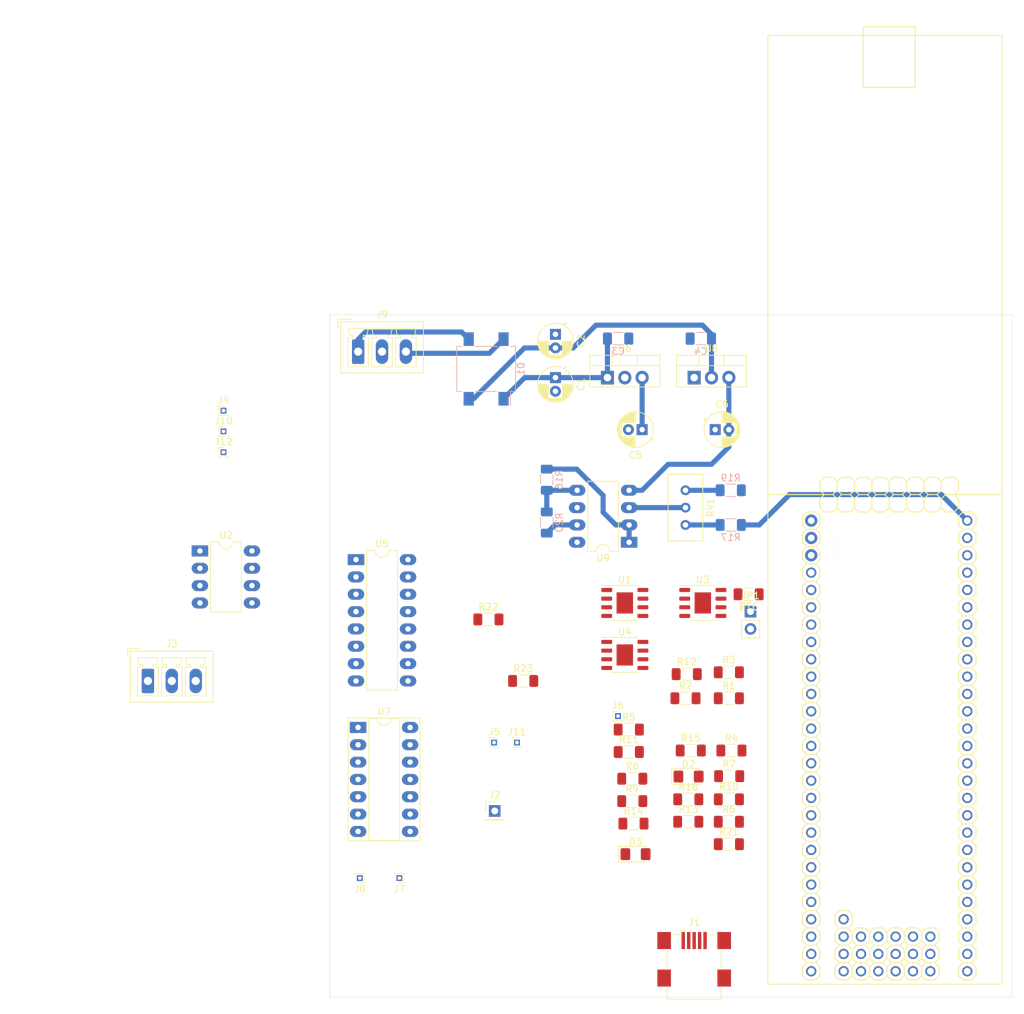
<source format=kicad_pcb>
(kicad_pcb (version 20171130) (host pcbnew "(5.1.10)-1")
  (layers (0 F.Cu signal) (31 B.Cu signal) (34 B.Paste user) (35 F.Paste user) (36 B.SilkS user) (37 F.SilkS user) (38 B.Mask user) (39 F.Mask user) (44 Edge.Cuts user))
  (net 0 "")
  (net 1 "Net-(C1-Pad1)")
  (net 2 GND)
  (net 3 "Net-(C2-Pad2)")
  (net 4 +5V)
  (net 5 -5V)
  (net 6 "Net-(D1-Pad3)")
  (net 7 "Net-(D1-Pad4)")
  (net 8 "Net-(D2-Pad1)")
  (net 9 "Net-(D2-Pad2)")
  (net 10 "Net-(J1-Pad1)")
  (net 11 "Net-(J1-Pad2)")
  (net 12 "Net-(J1-Pad3)")
  (net 13 "Net-(J1-Pad4)")
  (net 14 "Net-(J2-Pad1)")
  (net 15 "Net-(J3-Pad1)")
  (net 16 "Net-(J3-Pad2)")
  (net 17 "Net-(J3-Pad3)")
  (net 18 /salida_dac/I_IN)
  (net 19 /salida_dac/V_IN)
  (net 20 /salida_dac/VIN)
  (net 21 "Net-(J7-Pad1)")
  (net 22 "Net-(J8-Pad1)")
  (net 23 "Net-(JP1-Pad2)")
  (net 24 "Net-(R1-Pad2)")
  (net 25 "Net-(R1-Pad1)")
  (net 26 "Net-(R2-Pad1)")
  (net 27 "Net-(R3-Pad2)")
  (net 28 "Net-(R4-Pad1)")
  (net 29 "Net-(R13-Pad2)")
  (net 30 /salida_dac/VOffset)
  (net 31 "Net-(R14-Pad1)")
  (net 32 "Net-(R10-Pad2)")
  (net 33 "Net-(R11-Pad2)")
  (net 34 "Net-(R12-Pad2)")
  (net 35 "Net-(R15-Pad2)")
  (net 36 "Net-(R17-Pad1)")
  (net 37 "Net-(R19-Pad2)")
  (net 38 "Net-(RV1-Pad2)")
  (net 39 "Net-(U1-Pad1)")
  (net 40 "Net-(U1-Pad5)")
  (net 41 "Net-(U1-Pad8)")
  (net 42 "Net-(U3-Pad8)")
  (net 43 "Net-(U3-Pad5)")
  (net 44 "Net-(U3-Pad1)")
  (net 45 "Net-(U4-Pad1)")
  (net 46 "Net-(U4-Pad5)")
  (net 47 "Net-(U4-Pad8)")
  (net 48 /salida_dac/gan_x1)
  (net 49 /salida_dac/gan_x5)
  (net 50 /salida_dac/gan_x10)
  (net 51 /salida_dac/gan_x0.1)
  (net 52 "Net-(LPC1-Pad3)")
  (net 53 "Net-(LPC1-Pad4)")
  (net 54 "Net-(LPC1-Pad5)")
  (net 55 "Net-(LPC1-Pad6)")
  (net 56 "Net-(LPC1-Pad7)")
  (net 57 "Net-(LPC1-Pad8)")
  (net 58 "Net-(LPC1-Pad9)")
  (net 59 "Net-(LPC1-Pad10)")
  (net 60 "Net-(LPC1-Pad11)")
  (net 61 "Net-(LPC1-Pad12)")
  (net 62 "Net-(LPC1-Pad13)")
  (net 63 "Net-(LPC1-Pad14)")
  (net 64 "Net-(LPC1-Pad17)")
  (net 65 "Net-(LPC1-Pad19)")
  (net 66 "Net-(LPC1-Pad20)")
  (net 67 "Net-(LPC1-Pad21)")
  (net 68 "Net-(LPC1-Pad22)")
  (net 69 "Net-(LPC1-Pad23)")
  (net 70 "Net-(LPC1-Pad24)")
  (net 71 "Net-(LPC1-Pad25)")
  (net 72 "Net-(LPC1-Pad26)")
  (net 73 "Net-(LPC1-Pad27)")
  (net 74 "Net-(LPC1-Pad29)")
  (net 75 "Net-(LPC1-Pad30)")
  (net 76 "Net-(LPC1-Pad31)")
  (net 77 "Net-(LPC1-Pad32)")
  (net 78 "Net-(LPC1-Pad33)")
  (net 79 "Net-(LPC1-Pad34)")
  (net 80 "Net-(LPC1-Pad35)")
  (net 81 "Net-(LPC1-Pad38)")
  (net 82 "Net-(LPC1-Pad39)")
  (net 83 "Net-(LPC1-Pad40)")
  (net 84 "Net-(LPC1-Pad41)")
  (net 85 "Net-(LPC1-Pad42)")
  (net 86 "Net-(LPC1-Pad43)")
  (net 87 "Net-(LPC1-Pad44)")
  (net 88 "Net-(LPC1-Pad45)")
  (net 89 "Net-(LPC1-Pad46)")
  (net 90 "Net-(LPC1-Pad51)")
  (net 91 "Net-(LPC1-Pad52)")
  (net 92 "Net-(LPC1-Pad53)")
  (net 93 "Net-(LPC1-Pad55)")
  (net 94 "Net-(LPC1-Pad56)")
  (net 95 "Net-(LPC1-Pad57)")
  (net 96 "Net-(LPC1-Pad58)")
  (net 97 "Net-(LPC1-Pad59)")
  (net 98 "Net-(LPC1-Pad60)")
  (net 99 "Net-(LPC1-Pad61)")
  (net 100 "Net-(LPC1-Pad62)")
  (net 101 "Net-(LPC1-Pad63)")
  (net 102 "Net-(LPC1-Pad64)")
  (net 103 "Net-(LPC1-Pad65)")
  (net 104 "Net-(LPC1-Pad66)")
  (net 105 "Net-(LPC1-Pad67)")
  (net 106 "Net-(LPC1-Pad68)")
  (net 107 "Net-(LPC1-Pad69)")
  (net 108 "Net-(LPC1-Pad70)")
  (net 109 "Net-(LPC1-Pad71)")
  (net 110 "Net-(LPC1-Pad72)")
  (net 111 "Net-(LPC1-Pad73)")
  (net 112 /salida_dac/3V3)
  (net 113 /salida_dac/-VOffset)
  (net 114 "Net-(R22-Pad1)")
  (net 115 "Net-(R16-Pad1)")
  (net 116 "Net-(R18-Pad2)")
  (net 117 "Net-(U7-Pad12)")
  (net 118 "Net-(U7-Pad14)")
  (module Package_TO_SOT_THT:TO-220-3_Vertical (layer F.Cu) (at 171.45 66.04)
    (fp_text reference U8 (at 2.54 -4.27) (layer F.SilkS))
    (fp_text value L7905)
    (pad 1 thru_hole rect (at 0 0) (size 1.905 2) (drill 1.1) (layers *.Cu *.Mask) (net 2 GND))
    (pad 2 thru_hole oval (at 2.54 0) (size 1.905 2) (drill 1.1) (layers *.Cu *.Mask) (net 3 "Net-(C2-Pad2)"))
    (pad 3 thru_hole oval (at 5.08 0) (size 1.905 2) (drill 1.1) (layers *.Cu *.Mask) (net 5 -5V))
  )
  (module Capacitor_SMD:C_1206_3216Metric_Pad1.33x1.80mm_HandSolder (layer B.Cu) (at 172.4275 60.325)
    (fp_text reference C4 (at 0 1.85 180) (layer B.SilkS) (effects (justify mirror)))
    (fp_text value 100nF)
    (pad 1 smd roundrect (at -1.5625 0) (size 1.325 1.8) (layers B.Cu B.Paste B.Mask) (roundrect_rratio 0.188679) (net 2 GND))
    (pad 2 smd roundrect (at 1.5625 0) (size 1.325 1.8) (layers B.Cu B.Paste B.Mask) (roundrect_rratio 0.188679) (net 3 "Net-(C2-Pad2)"))
  )
  (module Capacitor_THT:CP_Radial_D5.0mm_P2.00mm (layer F.Cu) (at 151.13 66.04 270)
    (fp_text reference C1 (at 1 -3.75 90) (layer F.SilkS))
    (fp_text value 10uF)
    (pad 1 thru_hole rect (at 0 0 270) (size 1.6 1.6) (drill 0.8) (layers *.Cu *.Mask) (net 1 "Net-(C1-Pad1)"))
    (pad 2 thru_hole circle (at 2 0 270) (size 1.6 1.6) (drill 0.8) (layers *.Cu *.Mask) (net 2 GND))
  )
  (module Capacitor_THT:CP_Radial_D5.0mm_P2.00mm (layer F.Cu) (at 151.13 59.69 270)
    (fp_text reference C2 (at 1 -3.75 90) (layer F.SilkS))
    (fp_text value 10uF)
    (pad 2 thru_hole circle (at 2 0 270) (size 1.6 1.6) (drill 0.8) (layers *.Cu *.Mask) (net 3 "Net-(C2-Pad2)"))
    (pad 1 thru_hole rect (at 0 0 270) (size 1.6 1.6) (drill 0.8) (layers *.Cu *.Mask) (net 2 GND))
  )
  (module Capacitor_SMD:C_1206_3216Metric_Pad1.33x1.80mm_HandSolder (layer B.Cu) (at 160.3125 60.325)
    (fp_text reference C3 (at 0 1.85) (layer B.SilkS) (effects (justify mirror)))
    (fp_text value 100nF)
    (pad 1 smd roundrect (at -1.5625 0) (size 1.325 1.8) (layers B.Cu B.Paste B.Mask) (roundrect_rratio 0.188679) (net 1 "Net-(C1-Pad1)"))
    (pad 2 smd roundrect (at 1.5625 0) (size 1.325 1.8) (layers B.Cu B.Paste B.Mask) (roundrect_rratio 0.188679) (net 2 GND))
  )
  (module Capacitor_THT:CP_Radial_D5.0mm_P2.00mm (layer F.Cu) (at 163.83 73.66 180)
    (fp_text reference C5 (at 1 -3.75) (layer F.SilkS))
    (fp_text value 10uF)
    (pad 1 thru_hole rect (at 0 0 180) (size 1.6 1.6) (drill 0.8) (layers *.Cu *.Mask) (net 4 +5V))
    (pad 2 thru_hole circle (at 2 0 180) (size 1.6 1.6) (drill 0.8) (layers *.Cu *.Mask) (net 2 GND))
  )
  (module Capacitor_THT:CP_Radial_D5.0mm_P2.00mm (layer F.Cu) (at 174.53 73.66)
    (fp_text reference C6 (at 1 -3.75) (layer F.SilkS))
    (fp_text value 10uF)
    (pad 2 thru_hole circle (at 2 0) (size 1.6 1.6) (drill 0.8) (layers *.Cu *.Mask) (net 5 -5V))
    (pad 1 thru_hole rect (at 0 0) (size 1.6 1.6) (drill 0.8) (layers *.Cu *.Mask) (net 2 GND))
  )
  (module Diode_SMD:Diode_Bridge_Vishay_DFS (layer B.Cu) (at 140.98 64.77 90)
    (fp_text reference D1 (at 0 5.1 270) (layer B.SilkS) (effects (justify mirror)))
    (fp_text value D_Bridge_+-AA)
    (pad 1 smd rect (at -4.37 2.55 90) (size 2 1.5) (layers B.Cu B.Paste B.Mask) (net 1 "Net-(C1-Pad1)"))
    (pad 2 smd rect (at -4.37 -2.55 90) (size 2 1.5) (layers B.Cu B.Paste B.Mask) (net 3 "Net-(C2-Pad2)"))
    (pad 3 smd rect (at 4.37 -2.55 90) (size 2 1.5) (layers B.Cu B.Paste B.Mask) (net 6 "Net-(D1-Pad3)"))
    (pad 4 smd rect (at 4.37 2.55 90) (size 2 1.5) (layers B.Cu B.Paste B.Mask) (net 7 "Net-(D1-Pad4)"))
  )
  (module Diode_SMD:D_1206_3216Metric_Pad1.42x1.75mm_HandSolder (layer F.Cu) (at 170.630001 124.495001)
    (fp_text reference D2 (at 0 -1.82) (layer F.SilkS))
    (fp_text value 1N4007)
    (pad 1 smd roundrect (at -1.4875 0) (size 1.425 1.75) (layers F.Cu F.Paste F.Mask) (roundrect_rratio 0.175439) (net 8 "Net-(D2-Pad1)"))
    (pad 2 smd roundrect (at 1.4875 0) (size 1.425 1.75) (layers F.Cu F.Paste F.Mask) (roundrect_rratio 0.175439) (net 9 "Net-(D2-Pad2)"))
  )
  (module Diode_SMD:D_1206_3216Metric_Pad1.42x1.75mm_HandSolder (layer F.Cu) (at 162.860001 135.875001)
    (fp_text reference D3 (at 0 -1.82) (layer F.SilkS))
    (fp_text value 1N4007)
    (pad 2 smd roundrect (at 1.4875 0) (size 1.425 1.75) (layers F.Cu F.Paste F.Mask) (roundrect_rratio 0.175439) (net 8 "Net-(D2-Pad1)"))
    (pad 1 smd roundrect (at -1.4875 0) (size 1.425 1.75) (layers F.Cu F.Paste F.Mask) (roundrect_rratio 0.175439) (net 2 GND))
  )
  (module Connector_USB:USB_Mini-B_Wuerth_65100516121_Horizontal (layer F.Cu) (at 171.45 151.13)
    (fp_text reference J1 (at 0 -5.25) (layer F.SilkS))
    (fp_text value USB_B_Micro)
    (pad "" np_thru_hole circle (at 2.2 0) (size 0.9 0.9) (drill 0.9) (layers *.Cu *.Mask))
    (pad "" np_thru_hole circle (at -2.2 0) (size 0.9 0.9) (drill 0.9) (layers *.Cu *.Mask))
    (pad 5 smd rect (at 1.6 -2.6) (size 0.5 2.5) (layers F.Cu F.Paste F.Mask) (net 2 GND))
    (pad 4 smd rect (at 0.8 -2.6) (size 0.5 2.5) (layers F.Cu F.Paste F.Mask) (net 13 "Net-(J1-Pad4)"))
    (pad 3 smd rect (at 0 -2.6) (size 0.5 2.5) (layers F.Cu F.Paste F.Mask) (net 12 "Net-(J1-Pad3)"))
    (pad 2 smd rect (at -0.8 -2.6) (size 0.5 2.5) (layers F.Cu F.Paste F.Mask) (net 11 "Net-(J1-Pad2)"))
    (pad 1 smd rect (at -1.6 -2.6) (size 0.5 2.5) (layers F.Cu F.Paste F.Mask) (net 10 "Net-(J1-Pad1)"))
    (pad 6 smd rect (at 4.4 -2.6) (size 2 2.5) (layers F.Cu F.Paste F.Mask) (net 2 GND))
    (pad 6 smd rect (at -4.4 -2.6) (size 2 2.5) (layers F.Cu F.Paste F.Mask) (net 2 GND))
    (pad 6 smd rect (at 4.4 2.9) (size 2 2.5) (layers F.Cu F.Paste F.Mask) (net 2 GND))
    (pad 6 smd rect (at -4.4 2.9) (size 2 2.5) (layers F.Cu F.Paste F.Mask) (net 2 GND))
  )
  (module Connector_PinHeader_2.54mm:PinHeader_1x01_P2.54mm_Vertical (layer F.Cu) (at 142.24 129.54)
    (fp_text reference J2 (at 0 -2.33) (layer F.SilkS))
    (fp_text value test_DAC)
    (pad 1 thru_hole rect (at 0 0) (size 1.7 1.7) (drill 1) (layers *.Cu *.Mask) (net 14 "Net-(J2-Pad1)"))
  )
  (module Connector_Phoenix_MC:PhoenixContact_MCV_1,5_3-G-3.5_1x03_P3.50mm_Vertical (layer F.Cu) (at 91.44 110.49)
    (fp_text reference J3 (at 3.5 -5.45) (layer F.SilkS))
    (fp_text value Conn_01x03_Male)
    (pad 1 thru_hole roundrect (at 0 0) (size 1.8 3.6) (drill 1.2) (layers *.Cu *.Mask) (roundrect_rratio 0.138889) (net 15 "Net-(J3-Pad1)"))
    (pad 2 thru_hole oval (at 3.5 0) (size 1.8 3.6) (drill 1.2) (layers *.Cu *.Mask) (net 16 "Net-(J3-Pad2)"))
    (pad 3 thru_hole oval (at 7 0) (size 1.8 3.6) (drill 1.2) (layers *.Cu *.Mask) (net 17 "Net-(J3-Pad3)"))
  )
  (module Connector_PinHeader_1.00mm:PinHeader_1x01_P1.00mm_Vertical (layer F.Cu) (at 102.515001 70.875001)
    (fp_text reference J4 (at 0 -1.56) (layer F.SilkS))
    (fp_text value test_I)
    (pad 1 thru_hole rect (at 0 0) (size 0.85 0.85) (drill 0.5) (layers *.Cu *.Mask) (net 18 /salida_dac/I_IN))
  )
  (module Connector_PinHeader_1.00mm:PinHeader_1x01_P1.00mm_Vertical (layer F.Cu) (at 142.155001 119.515001)
    (fp_text reference J5 (at 0 -1.56) (layer F.SilkS))
    (fp_text value test_V)
    (pad 1 thru_hole rect (at 0 0) (size 0.85 0.85) (drill 0.5) (layers *.Cu *.Mask) (net 19 /salida_dac/V_IN))
  )
  (module Connector_PinHeader_1.00mm:PinHeader_1x01_P1.00mm_Vertical (layer F.Cu) (at 160.295001 115.645001)
    (fp_text reference J6 (at 0 -1.56) (layer F.SilkS))
    (fp_text value test_DAC)
    (pad 1 thru_hole rect (at 0 0) (size 0.85 0.85) (drill 0.5) (layers *.Cu *.Mask) (net 20 /salida_dac/VIN))
  )
  (module Connector_PinHeader_1.00mm:PinHeader_1x01_P1.00mm_Vertical (layer F.Cu) (at 128.27 139.384999 180)
    (fp_text reference J7 (at 0 -1.56) (layer F.SilkS))
    (fp_text value test_I)
    (pad 1 thru_hole rect (at 0 0 180) (size 0.85 0.85) (drill 0.5) (layers *.Cu *.Mask) (net 21 "Net-(J7-Pad1)"))
  )
  (module Connector_PinHeader_1.00mm:PinHeader_1x01_P1.00mm_Vertical (layer F.Cu) (at 122.474999 139.384999 180)
    (fp_text reference J8 (at 0 -1.56) (layer F.SilkS))
    (fp_text value test_V)
    (pad 1 thru_hole rect (at 0 0 180) (size 0.85 0.85) (drill 0.5) (layers *.Cu *.Mask) (net 22 "Net-(J8-Pad1)"))
  )
  (module Connector_PinHeader_1.00mm:PinHeader_1x01_P1.00mm_Vertical (layer F.Cu) (at 102.515001 73.925001)
    (fp_text reference J10 (at 0 -1.56) (layer F.SilkS))
    (fp_text value test_GND)
    (pad 1 thru_hole rect (at 0 0) (size 0.85 0.85) (drill 0.5) (layers *.Cu *.Mask) (net 2 GND))
  )
  (module Connector_PinHeader_1.00mm:PinHeader_1x01_P1.00mm_Vertical (layer F.Cu) (at 145.505001 119.515001)
    (fp_text reference J11 (at 0 -1.56) (layer F.SilkS))
    (fp_text value test_GND)
    (pad 1 thru_hole rect (at 0 0) (size 0.85 0.85) (drill 0.5) (layers *.Cu *.Mask) (net 2 GND))
  )
  (module Connector_PinHeader_1.00mm:PinHeader_1x01_P1.00mm_Vertical (layer F.Cu) (at 102.515001 76.975001)
    (fp_text reference J12 (at 0 -1.56) (layer F.SilkS))
    (fp_text value test_GND)
    (pad 1 thru_hole rect (at 0 0) (size 0.85 0.85) (drill 0.5) (layers *.Cu *.Mask) (net 2 GND))
  )
  (module Connector_PinHeader_2.54mm:PinHeader_1x02_P2.54mm_Vertical (layer F.Cu) (at 179.705 100.33)
    (fp_text reference JP1 (at 0 -2.33) (layer F.SilkS))
    (fp_text value alimentacion_lpc)
    (pad 1 thru_hole rect (at 0 0) (size 1.7 1.7) (drill 1) (layers *.Cu *.Mask) (net 4 +5V))
    (pad 2 thru_hole oval (at 0 2.54) (size 1.7 1.7) (drill 1) (layers *.Cu *.Mask) (net 23 "Net-(JP1-Pad2)"))
  )
  (module Resistor_SMD:R_1206_3216Metric_Pad1.30x1.75mm_HandSolder (layer F.Cu) (at 176.53 113.03)
    (fp_text reference R1 (at 0 -1.82) (layer F.SilkS))
    (fp_text value 1K)
    (pad 2 smd roundrect (at 1.55 0) (size 1.3 1.75) (layers F.Cu F.Paste F.Mask) (roundrect_rratio 0.192308) (net 24 "Net-(R1-Pad2)"))
    (pad 1 smd roundrect (at -1.55 0) (size 1.3 1.75) (layers F.Cu F.Paste F.Mask) (roundrect_rratio 0.192308) (net 25 "Net-(R1-Pad1)"))
  )
  (module Resistor_SMD:R_1206_3216Metric_Pad1.30x1.75mm_HandSolder (layer F.Cu) (at 170.18 113.03)
    (fp_text reference R2 (at 0 -1.82) (layer F.SilkS))
    (fp_text value 100K)
    (pad 1 smd roundrect (at -1.55 0) (size 1.3 1.75) (layers F.Cu F.Paste F.Mask) (roundrect_rratio 0.192308) (net 26 "Net-(R2-Pad1)"))
    (pad 2 smd roundrect (at 1.55 0) (size 1.3 1.75) (layers F.Cu F.Paste F.Mask) (roundrect_rratio 0.192308) (net 20 /salida_dac/VIN))
  )
  (module Resistor_SMD:R_1206_3216Metric_Pad1.30x1.75mm_HandSolder (layer F.Cu) (at 176.53 109.22)
    (fp_text reference R3 (at 0 -1.82) (layer F.SilkS))
    (fp_text value 100K)
    (pad 2 smd roundrect (at 1.55 0) (size 1.3 1.75) (layers F.Cu F.Paste F.Mask) (roundrect_rratio 0.192308) (net 27 "Net-(R3-Pad2)"))
    (pad 1 smd roundrect (at -1.55 0) (size 1.3 1.75) (layers F.Cu F.Paste F.Mask) (roundrect_rratio 0.192308) (net 26 "Net-(R2-Pad1)"))
  )
  (module Resistor_SMD:R_1206_3216Metric_Pad1.30x1.75mm_HandSolder (layer F.Cu) (at 176.905001 120.685001)
    (fp_text reference R4 (at 0 -1.82) (layer F.SilkS))
    (fp_text value 10K)
    (pad 1 smd roundrect (at -1.55 0) (size 1.3 1.75) (layers F.Cu F.Paste F.Mask) (roundrect_rratio 0.192308) (net 28 "Net-(R4-Pad1)"))
    (pad 2 smd roundrect (at 1.55 0) (size 1.3 1.75) (layers F.Cu F.Paste F.Mask) (roundrect_rratio 0.192308) (net 25 "Net-(R1-Pad1)"))
  )
  (module Resistor_SMD:R_1206_3216Metric_Pad1.30x1.75mm_HandSolder (layer F.Cu) (at 161.875001 117.615001)
    (fp_text reference R5 (at 0 -1.82) (layer F.SilkS))
    (fp_text value 6K8)
    (pad 2 smd roundrect (at 1.55 0) (size 1.3 1.75) (layers F.Cu F.Paste F.Mask) (roundrect_rratio 0.192308) (net 28 "Net-(R4-Pad1)"))
    (pad 1 smd roundrect (at -1.55 0) (size 1.3 1.75) (layers F.Cu F.Paste F.Mask) (roundrect_rratio 0.192308) (net 15 "Net-(J3-Pad1)"))
  )
  (module Resistor_SMD:R_1206_3216Metric_Pad1.30x1.75mm_HandSolder (layer F.Cu) (at 176.535001 131.125001)
    (fp_text reference R6 (at 0 -1.82) (layer F.SilkS))
    (fp_text value 10K)
    (pad 2 smd roundrect (at 1.55 0) (size 1.3 1.75) (layers F.Cu F.Paste F.Mask) (roundrect_rratio 0.192308) (net 14 "Net-(J2-Pad1)"))
    (pad 1 smd roundrect (at -1.55 0) (size 1.3 1.75) (layers F.Cu F.Paste F.Mask) (roundrect_rratio 0.192308) (net 29 "Net-(R13-Pad2)"))
  )
  (module Resistor_SMD:R_1206_3216Metric_Pad1.30x1.75mm_HandSolder (layer F.Cu) (at 176.575001 124.445001)
    (fp_text reference R7 (at 0 -1.82) (layer F.SilkS))
    (fp_text value 10K)
    (pad 1 smd roundrect (at -1.55 0) (size 1.3 1.75) (layers F.Cu F.Paste F.Mask) (roundrect_rratio 0.192308) (net 29 "Net-(R13-Pad2)"))
    (pad 2 smd roundrect (at 1.55 0) (size 1.3 1.75) (layers F.Cu F.Paste F.Mask) (roundrect_rratio 0.192308) (net 113 /salida_dac/-VOffset))
  )
  (module Resistor_SMD:R_1206_3216Metric_Pad1.30x1.75mm_HandSolder (layer F.Cu) (at 162.385001 124.815001)
    (fp_text reference R8 (at 0 -1.82) (layer F.SilkS))
    (fp_text value 10K)
    (pad 1 smd roundrect (at -1.55 0) (size 1.3 1.75) (layers F.Cu F.Paste F.Mask) (roundrect_rratio 0.192308) (net 30 /salida_dac/VOffset))
    (pad 2 smd roundrect (at 1.55 0) (size 1.3 1.75) (layers F.Cu F.Paste F.Mask) (roundrect_rratio 0.192308) (net 31 "Net-(R14-Pad1)"))
  )
  (module Resistor_SMD:R_1206_3216Metric_Pad1.30x1.75mm_HandSolder (layer F.Cu) (at 162.385001 128.105001)
    (fp_text reference R9 (at 0 -1.82) (layer F.SilkS))
    (fp_text value 10K)
    (pad 1 smd roundrect (at -1.55 0) (size 1.3 1.75) (layers F.Cu F.Paste F.Mask) (roundrect_rratio 0.192308) (net 114 "Net-(R22-Pad1)"))
    (pad 2 smd roundrect (at 1.55 0) (size 1.3 1.75) (layers F.Cu F.Paste F.Mask) (roundrect_rratio 0.192308) (net 21 "Net-(J7-Pad1)"))
  )
  (module Resistor_SMD:R_1206_3216Metric_Pad1.30x1.75mm_HandSolder (layer F.Cu) (at 176.535001 127.835001)
    (fp_text reference R10 (at 0 -1.82) (layer F.SilkS))
    (fp_text value 10K)
    (pad 2 smd roundrect (at 1.55 0) (size 1.3 1.75) (layers F.Cu F.Paste F.Mask) (roundrect_rratio 0.192308) (net 32 "Net-(R10-Pad2)"))
    (pad 1 smd roundrect (at -1.55 0) (size 1.3 1.75) (layers F.Cu F.Paste F.Mask) (roundrect_rratio 0.192308) (net 30 /salida_dac/VOffset))
  )
  (module Resistor_SMD:R_1206_3216Metric_Pad1.30x1.75mm_HandSolder (layer F.Cu) (at 161.875001 120.905001)
    (fp_text reference R11 (at 0 -1.82) (layer F.SilkS))
    (fp_text value 100K)
    (pad 2 smd roundrect (at 1.55 0) (size 1.3 1.75) (layers F.Cu F.Paste F.Mask) (roundrect_rratio 0.192308) (net 33 "Net-(R11-Pad2)"))
    (pad 1 smd roundrect (at -1.55 0) (size 1.3 1.75) (layers F.Cu F.Paste F.Mask) (roundrect_rratio 0.192308) (net 25 "Net-(R1-Pad1)"))
  )
  (module Resistor_SMD:R_1206_3216Metric_Pad1.30x1.75mm_HandSolder (layer F.Cu) (at 170.365001 109.495001)
    (fp_text reference R12 (at 0 -1.82) (layer F.SilkS))
    (fp_text value 4K7)
    (pad 1 smd roundrect (at -1.55 0) (size 1.3 1.75) (layers F.Cu F.Paste F.Mask) (roundrect_rratio 0.192308) (net 25 "Net-(R1-Pad1)"))
    (pad 2 smd roundrect (at 1.55 0) (size 1.3 1.75) (layers F.Cu F.Paste F.Mask) (roundrect_rratio 0.192308) (net 34 "Net-(R12-Pad2)"))
  )
  (module Resistor_SMD:R_1206_3216Metric_Pad1.30x1.75mm_HandSolder (layer F.Cu) (at 170.585001 131.125001)
    (fp_text reference R13 (at 0 -1.82) (layer F.SilkS))
    (fp_text value 10K)
    (pad 2 smd roundrect (at 1.55 0) (size 1.3 1.75) (layers F.Cu F.Paste F.Mask) (roundrect_rratio 0.192308) (net 29 "Net-(R13-Pad2)"))
    (pad 1 smd roundrect (at -1.55 0) (size 1.3 1.75) (layers F.Cu F.Paste F.Mask) (roundrect_rratio 0.192308) (net 20 /salida_dac/VIN))
  )
  (module Resistor_SMD:R_1206_3216Metric_Pad1.30x1.75mm_HandSolder (layer F.Cu) (at 162.56 131.395001)
    (fp_text reference R14 (at 0 -1.82) (layer F.SilkS))
    (fp_text value 10K)
    (pad 2 smd roundrect (at 1.55 0) (size 1.3 1.75) (layers F.Cu F.Paste F.Mask) (roundrect_rratio 0.192308) (net 18 /salida_dac/I_IN))
    (pad 1 smd roundrect (at -1.55 0) (size 1.3 1.75) (layers F.Cu F.Paste F.Mask) (roundrect_rratio 0.192308) (net 31 "Net-(R14-Pad1)"))
  )
  (module Resistor_SMD:R_1206_3216Metric_Pad1.30x1.75mm_HandSolder (layer F.Cu) (at 170.955001 120.685001)
    (fp_text reference R15 (at 0 -1.82) (layer F.SilkS))
    (fp_text value 10K)
    (pad 1 smd roundrect (at -1.55 0) (size 1.3 1.75) (layers F.Cu F.Paste F.Mask) (roundrect_rratio 0.192308) (net 25 "Net-(R1-Pad1)"))
    (pad 2 smd roundrect (at 1.55 0) (size 1.3 1.75) (layers F.Cu F.Paste F.Mask) (roundrect_rratio 0.192308) (net 35 "Net-(R15-Pad2)"))
  )
  (module Resistor_SMD:R_1206_3216Metric_Pad1.30x1.75mm_HandSolder (layer F.Cu) (at 179.425 97.79 180)
    (fp_text reference R16 (at 0 -1.82) (layer F.SilkS))
    (fp_text value 5K6)
    (pad 1 smd roundrect (at -1.55 0 180) (size 1.3 1.75) (layers F.Cu F.Paste F.Mask) (roundrect_rratio 0.192308) (net 9 "Net-(D2-Pad2)"))
    (pad 2 smd roundrect (at 1.55 0 180) (size 1.3 1.75) (layers F.Cu F.Paste F.Mask) (roundrect_rratio 0.192308) (net 4 +5V))
  )
  (module Resistor_SMD:R_1206_3216Metric_Pad1.30x1.75mm_HandSolder (layer B.Cu) (at 176.81 87.63)
    (fp_text reference R17 (at 0 1.82) (layer B.SilkS) (effects (justify mirror)))
    (fp_text value 4K7)
    (pad 1 smd roundrect (at -1.55 0) (size 1.3 1.75) (layers B.Cu B.Paste B.Mask) (roundrect_rratio 0.192308) (net 36 "Net-(R17-Pad1)"))
    (pad 2 smd roundrect (at 1.55 0) (size 1.3 1.75) (layers B.Cu B.Paste B.Mask) (roundrect_rratio 0.192308) (net 112 /salida_dac/3V3))
  )
  (module Resistor_SMD:R_1206_3216Metric_Pad1.30x1.75mm_HandSolder (layer F.Cu) (at 170.585001 127.835001)
    (fp_text reference R18 (at 0 -1.82) (layer F.SilkS))
    (fp_text value 10K)
    (pad 1 smd roundrect (at -1.55 0) (size 1.3 1.75) (layers F.Cu F.Paste F.Mask) (roundrect_rratio 0.192308) (net 22 "Net-(J8-Pad1)"))
    (pad 2 smd roundrect (at 1.55 0) (size 1.3 1.75) (layers F.Cu F.Paste F.Mask) (roundrect_rratio 0.192308) (net 116 "Net-(R18-Pad2)"))
  )
  (module Resistor_SMD:R_1206_3216Metric_Pad1.30x1.75mm_HandSolder (layer B.Cu) (at 176.81 82.55 180)
    (fp_text reference R19 (at 0 1.82) (layer B.SilkS) (effects (justify mirror)))
    (fp_text value 5K6)
    (pad 2 smd roundrect (at 1.55 0 180) (size 1.3 1.75) (layers B.Cu B.Paste B.Mask) (roundrect_rratio 0.192308) (net 37 "Net-(R19-Pad2)"))
    (pad 1 smd roundrect (at -1.55 0 180) (size 1.3 1.75) (layers B.Cu B.Paste B.Mask) (roundrect_rratio 0.192308) (net 2 GND))
  )
  (module Resistor_SMD:R_1206_3216Metric_Pad1.30x1.75mm_HandSolder (layer F.Cu) (at 176.535001 134.415001)
    (fp_text reference R21 (at 0 -1.82) (layer F.SilkS))
    (fp_text value 10K)
    (pad 2 smd roundrect (at 1.55 0) (size 1.3 1.75) (layers F.Cu F.Paste F.Mask) (roundrect_rratio 0.192308) (net 19 /salida_dac/V_IN))
    (pad 1 smd roundrect (at -1.55 0) (size 1.3 1.75) (layers F.Cu F.Paste F.Mask) (roundrect_rratio 0.192308) (net 32 "Net-(R10-Pad2)"))
  )
  (module Package_SO:HSOP-8-1EP_3.9x4.9mm_P1.27mm_EP2.41x3.1mm (layer F.Cu) (at 161.29 99.06)
    (fp_text reference U1 (at 0 -3.4) (layer F.SilkS))
    (fp_text value OP77)
    (pad 1 smd roundrect (at -2.65 -1.905) (size 1.6 0.6) (layers F.Cu F.Paste F.Mask) (net 39 "Net-(U1-Pad1)"))
    (pad 2 smd roundrect (at -2.65 -0.635) (size 1.6 0.6) (layers F.Cu F.Paste F.Mask) (net 25 "Net-(R1-Pad1)"))
    (pad 3 smd roundrect (at -2.65 0.635) (size 1.6 0.6) (layers F.Cu F.Paste F.Mask) (net 2 GND))
    (pad 4 smd roundrect (at -2.65 1.905) (size 1.6 0.6) (layers F.Cu F.Paste F.Mask) (net 5 -5V))
    (pad 5 smd roundrect (at 2.65 1.905) (size 1.6 0.6) (layers F.Cu F.Paste F.Mask) (net 40 "Net-(U1-Pad5)"))
    (pad 6 smd roundrect (at 2.65 0.635) (size 1.6 0.6) (layers F.Cu F.Paste F.Mask) (net 18 /salida_dac/I_IN))
    (pad 7 smd roundrect (at 2.65 -0.635) (size 1.6 0.6) (layers F.Cu F.Paste F.Mask) (net 4 +5V))
    (pad 8 smd roundrect (at 2.65 -1.905) (size 1.6 0.6) (layers F.Cu F.Paste F.Mask) (net 41 "Net-(U1-Pad8)"))
    (pad 9 smd rect (at 0 0) (size 2.41 3.1) (layers F.Cu F.Mask))
  )
  (module Package_DIP:DIP-8_W7.62mm_LongPads (layer F.Cu) (at 99.06 91.44)
    (fp_text reference U2 (at 3.81 -2.33) (layer F.SilkS))
    (fp_text value TL082)
    (pad 1 thru_hole rect (at 0 0) (size 2.4 1.6) (drill 0.8) (layers *.Cu *.Mask) (net 27 "Net-(R3-Pad2)"))
    (pad 5 thru_hole oval (at 7.62 7.62) (size 2.4 1.6) (drill 0.8) (layers *.Cu *.Mask) (net 27 "Net-(R3-Pad2)"))
    (pad 2 thru_hole oval (at 0 2.54) (size 2.4 1.6) (drill 0.8) (layers *.Cu *.Mask) (net 27 "Net-(R3-Pad2)"))
    (pad 6 thru_hole oval (at 7.62 5.08) (size 2.4 1.6) (drill 0.8) (layers *.Cu *.Mask) (net 19 /salida_dac/V_IN))
    (pad 3 thru_hole oval (at 0 5.08) (size 2.4 1.6) (drill 0.8) (layers *.Cu *.Mask) (net 16 "Net-(J3-Pad2)"))
    (pad 7 thru_hole oval (at 7.62 2.54) (size 2.4 1.6) (drill 0.8) (layers *.Cu *.Mask) (net 19 /salida_dac/V_IN))
    (pad 4 thru_hole oval (at 0 7.62) (size 2.4 1.6) (drill 0.8) (layers *.Cu *.Mask) (net 5 -5V))
    (pad 8 thru_hole oval (at 7.62 0) (size 2.4 1.6) (drill 0.8) (layers *.Cu *.Mask) (net 4 +5V))
  )
  (module Package_SO:HSOP-8-1EP_3.9x4.9mm_P1.27mm_EP2.41x3.1mm (layer F.Cu) (at 172.72 99.06)
    (fp_text reference U3 (at 0 -3.4) (layer F.SilkS))
    (fp_text value OP77)
    (pad 9 smd rect (at 0 0) (size 2.41 3.1) (layers F.Cu F.Mask))
    (pad 8 smd roundrect (at 2.65 -1.905) (size 1.6 0.6) (layers F.Cu F.Paste F.Mask) (net 42 "Net-(U3-Pad8)"))
    (pad 7 smd roundrect (at 2.65 -0.635) (size 1.6 0.6) (layers F.Cu F.Paste F.Mask) (net 4 +5V))
    (pad 6 smd roundrect (at 2.65 0.635) (size 1.6 0.6) (layers F.Cu F.Paste F.Mask) (net 17 "Net-(J3-Pad3)"))
    (pad 5 smd roundrect (at 2.65 1.905) (size 1.6 0.6) (layers F.Cu F.Paste F.Mask) (net 43 "Net-(U3-Pad5)"))
    (pad 4 smd roundrect (at -2.65 1.905) (size 1.6 0.6) (layers F.Cu F.Paste F.Mask) (net 5 -5V))
    (pad 3 smd roundrect (at -2.65 0.635) (size 1.6 0.6) (layers F.Cu F.Paste F.Mask) (net 2 GND))
    (pad 2 smd roundrect (at -2.65 -0.635) (size 1.6 0.6) (layers F.Cu F.Paste F.Mask) (net 26 "Net-(R2-Pad1)"))
    (pad 1 smd roundrect (at -2.65 -1.905) (size 1.6 0.6) (layers F.Cu F.Paste F.Mask) (net 44 "Net-(U3-Pad1)"))
  )
  (module Package_SO:HSOP-8-1EP_3.9x4.9mm_P1.27mm_EP2.41x3.1mm (layer F.Cu) (at 161.29 106.68)
    (fp_text reference U4 (at 0 -3.4) (layer F.SilkS))
    (fp_text value OP77)
    (pad 1 smd roundrect (at -2.65 -1.905) (size 1.6 0.6) (layers F.Cu F.Paste F.Mask) (net 45 "Net-(U4-Pad1)"))
    (pad 2 smd roundrect (at -2.65 -0.635) (size 1.6 0.6) (layers F.Cu F.Paste F.Mask) (net 15 "Net-(J3-Pad1)"))
    (pad 3 smd roundrect (at -2.65 0.635) (size 1.6 0.6) (layers F.Cu F.Paste F.Mask) (net 2 GND))
    (pad 4 smd roundrect (at -2.65 1.905) (size 1.6 0.6) (layers F.Cu F.Paste F.Mask) (net 5 -5V))
    (pad 5 smd roundrect (at 2.65 1.905) (size 1.6 0.6) (layers F.Cu F.Paste F.Mask) (net 46 "Net-(U4-Pad5)"))
    (pad 6 smd roundrect (at 2.65 0.635) (size 1.6 0.6) (layers F.Cu F.Paste F.Mask) (net 28 "Net-(R4-Pad1)"))
    (pad 7 smd roundrect (at 2.65 -0.635) (size 1.6 0.6) (layers F.Cu F.Paste F.Mask) (net 4 +5V))
    (pad 8 smd roundrect (at 2.65 -1.905) (size 1.6 0.6) (layers F.Cu F.Paste F.Mask) (net 47 "Net-(U4-Pad8)"))
    (pad 9 smd rect (at 0 0) (size 2.41 3.1) (layers F.Cu F.Mask))
  )
  (module Package_TO_SOT_THT:TO-220-3_Vertical (layer F.Cu) (at 158.75 66.04)
    (fp_text reference U6 (at 2.54 -4.27) (layer F.SilkS))
    (fp_text value L7805)
    (pad 3 thru_hole oval (at 5.08 0) (size 1.905 2) (drill 1.1) (layers *.Cu *.Mask) (net 4 +5V))
    (pad 2 thru_hole oval (at 2.54 0) (size 1.905 2) (drill 1.1) (layers *.Cu *.Mask) (net 2 GND))
    (pad 1 thru_hole rect (at 0 0) (size 1.905 2) (drill 1.1) (layers *.Cu *.Mask) (net 1 "Net-(C1-Pad1)"))
  )
  (module Package_DIP:DIP-14_W7.62mm_Socket_LongPads (layer F.Cu) (at 122.225001 117.305001)
    (fp_text reference U7 (at 3.81 -2.33) (layer F.SilkS))
    (fp_text value TL064)
    (pad 1 thru_hole rect (at 0 0) (size 2.4 1.6) (drill 0.8) (layers *.Cu *.Mask) (net 20 /salida_dac/VIN))
    (pad 8 thru_hole oval (at 7.62 15.24) (size 2.4 1.6) (drill 0.8) (layers *.Cu *.Mask) (net 21 "Net-(J7-Pad1)"))
    (pad 2 thru_hole oval (at 0 2.54) (size 2.4 1.6) (drill 0.8) (layers *.Cu *.Mask) (net 29 "Net-(R13-Pad2)"))
    (pad 9 thru_hole oval (at 7.62 12.7) (size 2.4 1.6) (drill 0.8) (layers *.Cu *.Mask) (net 114 "Net-(R22-Pad1)"))
    (pad 3 thru_hole oval (at 0 5.08) (size 2.4 1.6) (drill 0.8) (layers *.Cu *.Mask) (net 2 GND))
    (pad 10 thru_hole oval (at 7.62 10.16) (size 2.4 1.6) (drill 0.8) (layers *.Cu *.Mask) (net 31 "Net-(R14-Pad1)"))
    (pad 4 thru_hole oval (at 0 7.62) (size 2.4 1.6) (drill 0.8) (layers *.Cu *.Mask) (net 4 +5V))
    (pad 11 thru_hole oval (at 7.62 7.62) (size 2.4 1.6) (drill 0.8) (layers *.Cu *.Mask) (net 5 -5V))
    (pad 5 thru_hole oval (at 0 10.16) (size 2.4 1.6) (drill 0.8) (layers *.Cu *.Mask) (net 32 "Net-(R10-Pad2)"))
    (pad 12 thru_hole oval (at 7.62 5.08) (size 2.4 1.6) (drill 0.8) (layers *.Cu *.Mask) (net 117 "Net-(U7-Pad12)"))
    (pad 6 thru_hole oval (at 0 12.7) (size 2.4 1.6) (drill 0.8) (layers *.Cu *.Mask) (net 116 "Net-(R18-Pad2)"))
    (pad 13 thru_hole oval (at 7.62 2.54) (size 2.4 1.6) (drill 0.8) (layers *.Cu *.Mask) (net 117 "Net-(U7-Pad12)"))
    (pad 7 thru_hole oval (at 0 15.24) (size 2.4 1.6) (drill 0.8) (layers *.Cu *.Mask) (net 22 "Net-(J8-Pad1)"))
    (pad 14 thru_hole oval (at 7.62 0) (size 2.4 1.6) (drill 0.8) (layers *.Cu *.Mask) (net 118 "Net-(U7-Pad14)"))
  )
  (module kicadv2:LPCXPRESSO_LPC1769 (layer F.Cu) (at 194.31 53.34 270)
    (fp_text reference LPC1 (at 37.465 1.905 90) (layer F.SilkS) (effects (font (thickness 0.015))))
    (fp_text value LPCXPRESSO_LPC1769)
    (pad 1 thru_hole circle (at 33.655 5.715 270) (size 1.8 1.8) (drill 1) (layers *.Cu *.Mask) (net 2 GND))
    (pad 2 thru_hole circle (at 36.195 5.715 270) (size 1.8 1.8) (drill 1) (layers *.Cu *.Mask) (net 23 "Net-(JP1-Pad2)"))
    (pad 3 thru_hole circle (at 38.735 5.715 270) (size 1.8 1.8) (drill 1) (layers *.Cu *.Mask) (net 52 "Net-(LPC1-Pad3)"))
    (pad 4 thru_hole circle (at 41.275 5.715 270) (size 1.508 1.508) (drill 1) (layers *.Cu *.Mask) (net 53 "Net-(LPC1-Pad4)"))
    (pad 5 thru_hole circle (at 43.815 5.715 270) (size 1.508 1.508) (drill 1) (layers *.Cu *.Mask) (net 54 "Net-(LPC1-Pad5)"))
    (pad 6 thru_hole circle (at 46.355 5.715 270) (size 1.508 1.508) (drill 1) (layers *.Cu *.Mask) (net 55 "Net-(LPC1-Pad6)"))
    (pad 7 thru_hole circle (at 48.895 5.715 270) (size 1.508 1.508) (drill 1) (layers *.Cu *.Mask) (net 56 "Net-(LPC1-Pad7)"))
    (pad 8 thru_hole circle (at 51.435 5.715 270) (size 1.508 1.508) (drill 1) (layers *.Cu *.Mask) (net 57 "Net-(LPC1-Pad8)"))
    (pad 9 thru_hole circle (at 53.975 5.715 270) (size 1.508 1.508) (drill 1) (layers *.Cu *.Mask) (net 58 "Net-(LPC1-Pad9)"))
    (pad 10 thru_hole circle (at 56.515 5.715 270) (size 1.508 1.508) (drill 1) (layers *.Cu *.Mask) (net 59 "Net-(LPC1-Pad10)"))
    (pad 11 thru_hole circle (at 59.055 5.715 270) (size 1.508 1.508) (drill 1) (layers *.Cu *.Mask) (net 60 "Net-(LPC1-Pad11)"))
    (pad 12 thru_hole circle (at 61.595 5.715 270) (size 1.508 1.508) (drill 1) (layers *.Cu *.Mask) (net 61 "Net-(LPC1-Pad12)"))
    (pad 13 thru_hole circle (at 64.135 5.715 270) (size 1.508 1.508) (drill 1) (layers *.Cu *.Mask) (net 62 "Net-(LPC1-Pad13)"))
    (pad 14 thru_hole circle (at 66.675 5.715 270) (size 1.508 1.508) (drill 1) (layers *.Cu *.Mask) (net 63 "Net-(LPC1-Pad14)"))
    (pad 15 thru_hole circle (at 69.215 5.715 270) (size 1.508 1.508) (drill 1) (layers *.Cu *.Mask) (net 21 "Net-(J7-Pad1)"))
    (pad 16 thru_hole circle (at 71.755 5.715 270) (size 1.508 1.508) (drill 1) (layers *.Cu *.Mask) (net 22 "Net-(J8-Pad1)"))
    (pad 17 thru_hole circle (at 74.295 5.715 270) (size 1.508 1.508) (drill 1) (layers *.Cu *.Mask) (net 64 "Net-(LPC1-Pad17)"))
    (pad 18 thru_hole circle (at 76.835 5.715 270) (size 1.508 1.508) (drill 1) (layers *.Cu *.Mask) (net 14 "Net-(J2-Pad1)"))
    (pad 19 thru_hole circle (at 79.375 5.715 270) (size 1.508 1.508) (drill 1) (layers *.Cu *.Mask) (net 65 "Net-(LPC1-Pad19)"))
    (pad 20 thru_hole circle (at 81.915 5.715 270) (size 1.508 1.508) (drill 1) (layers *.Cu *.Mask) (net 66 "Net-(LPC1-Pad20)"))
    (pad 21 thru_hole circle (at 84.455 5.715 270) (size 1.508 1.508) (drill 1) (layers *.Cu *.Mask) (net 67 "Net-(LPC1-Pad21)"))
    (pad 22 thru_hole circle (at 86.995 5.715 270) (size 1.508 1.508) (drill 1) (layers *.Cu *.Mask) (net 68 "Net-(LPC1-Pad22)"))
    (pad 23 thru_hole circle (at 89.535 5.715 270) (size 1.508 1.508) (drill 1) (layers *.Cu *.Mask) (net 69 "Net-(LPC1-Pad23)"))
    (pad 24 thru_hole circle (at 92.075 5.715 270) (size 1.508 1.508) (drill 1) (layers *.Cu *.Mask) (net 70 "Net-(LPC1-Pad24)"))
    (pad 25 thru_hole circle (at 94.615 5.715 270) (size 1.508 1.508) (drill 1) (layers *.Cu *.Mask) (net 71 "Net-(LPC1-Pad25)"))
    (pad 26 thru_hole circle (at 97.155 5.715 270) (size 1.508 1.508) (drill 1) (layers *.Cu *.Mask) (net 72 "Net-(LPC1-Pad26)"))
    (pad 27 thru_hole circle (at 99.695 5.715 270) (size 1.508 1.508) (drill 1) (layers *.Cu *.Mask) (net 73 "Net-(LPC1-Pad27)"))
    (pad 28 thru_hole circle (at 33.655 -17.145 270) (size 1.508 1.508) (drill 1) (layers *.Cu *.Mask) (net 112 /salida_dac/3V3))
    (pad 29 thru_hole circle (at 36.195 -17.145 270) (size 1.508 1.508) (drill 1) (layers *.Cu *.Mask) (net 74 "Net-(LPC1-Pad29)"))
    (pad 30 thru_hole circle (at 38.735 -17.145 270) (size 1.508 1.508) (drill 1) (layers *.Cu *.Mask) (net 75 "Net-(LPC1-Pad30)"))
    (pad 31 thru_hole circle (at 41.275 -17.145 270) (size 1.508 1.508) (drill 1) (layers *.Cu *.Mask) (net 76 "Net-(LPC1-Pad31)"))
    (pad 32 thru_hole circle (at 43.815 -17.145 270) (size 1.508 1.508) (drill 1) (layers *.Cu *.Mask) (net 77 "Net-(LPC1-Pad32)"))
    (pad 33 thru_hole circle (at 46.355 -17.145 270) (size 1.508 1.508) (drill 1) (layers *.Cu *.Mask) (net 78 "Net-(LPC1-Pad33)"))
    (pad 34 thru_hole circle (at 48.895 -17.145 270) (size 1.508 1.508) (drill 1) (layers *.Cu *.Mask) (net 79 "Net-(LPC1-Pad34)"))
    (pad 35 thru_hole circle (at 51.435 -17.145 270) (size 1.508 1.508) (drill 1) (layers *.Cu *.Mask) (net 80 "Net-(LPC1-Pad35)"))
    (pad 36 thru_hole circle (at 53.975 -17.145 270) (size 1.508 1.508) (drill 1) (layers *.Cu *.Mask) (net 11 "Net-(J1-Pad2)"))
    (pad 37 thru_hole circle (at 56.515 -17.145 270) (size 1.508 1.508) (drill 1) (layers *.Cu *.Mask) (net 12 "Net-(J1-Pad3)"))
    (pad 38 thru_hole circle (at 59.055 -17.145 270) (size 1.508 1.508) (drill 1) (layers *.Cu *.Mask) (net 81 "Net-(LPC1-Pad38)"))
    (pad 39 thru_hole circle (at 61.595 -17.145 270) (size 1.508 1.508) (drill 1) (layers *.Cu *.Mask) (net 82 "Net-(LPC1-Pad39)"))
    (pad 40 thru_hole circle (at 64.135 -17.145 270) (size 1.508 1.508) (drill 1) (layers *.Cu *.Mask) (net 83 "Net-(LPC1-Pad40)"))
    (pad 41 thru_hole circle (at 66.675 -17.145 270) (size 1.508 1.508) (drill 1) (layers *.Cu *.Mask) (net 84 "Net-(LPC1-Pad41)"))
    (pad 42 thru_hole circle (at 69.215 -17.145 270) (size 1.508 1.508) (drill 1) (layers *.Cu *.Mask) (net 85 "Net-(LPC1-Pad42)"))
    (pad 43 thru_hole circle (at 71.755 -17.145 270) (size 1.508 1.508) (drill 1) (layers *.Cu *.Mask) (net 86 "Net-(LPC1-Pad43)"))
    (pad 44 thru_hole circle (at 74.295 -17.145 270) (size 1.508 1.508) (drill 1) (layers *.Cu *.Mask) (net 87 "Net-(LPC1-Pad44)"))
    (pad 45 thru_hole circle (at 76.835 -17.145 270) (size 1.508 1.508) (drill 1) (layers *.Cu *.Mask) (net 88 "Net-(LPC1-Pad45)"))
    (pad 46 thru_hole circle (at 79.375 -17.145 270) (size 1.508 1.508) (drill 1) (layers *.Cu *.Mask) (net 89 "Net-(LPC1-Pad46)"))
    (pad 47 thru_hole circle (at 81.915 -17.145 270) (size 1.508 1.508) (drill 1) (layers *.Cu *.Mask) (net 48 /salida_dac/gan_x1))
    (pad 48 thru_hole circle (at 84.455 -17.145 270) (size 1.508 1.508) (drill 1) (layers *.Cu *.Mask) (net 49 /salida_dac/gan_x5))
    (pad 49 thru_hole circle (at 86.995 -17.145 270) (size 1.508 1.508) (drill 1) (layers *.Cu *.Mask) (net 51 /salida_dac/gan_x0.1))
    (pad 50 thru_hole circle (at 89.535 -17.145 270) (size 1.508 1.508) (drill 1) (layers *.Cu *.Mask) (net 50 /salida_dac/gan_x10))
    (pad 51 thru_hole circle (at 92.075 -17.145 270) (size 1.508 1.508) (drill 1) (layers *.Cu *.Mask) (net 90 "Net-(LPC1-Pad51)"))
    (pad 52 thru_hole circle (at 94.615 -17.145 270) (size 1.508 1.508) (drill 1) (layers *.Cu *.Mask) (net 91 "Net-(LPC1-Pad52)"))
    (pad 53 thru_hole circle (at 97.155 -17.145 270) (size 1.508 1.508) (drill 1) (layers *.Cu *.Mask) (net 92 "Net-(LPC1-Pad53)"))
    (pad 54 thru_hole circle (at 99.695 -17.145 270) (size 1.508 1.508) (drill 1) (layers *.Cu *.Mask) (net 2 GND))
    (pad 55 thru_hole circle (at 92.075 0.9652 270) (size 1.508 1.508) (drill 1) (layers *.Cu *.Mask) (net 93 "Net-(LPC1-Pad55)"))
    (pad 56 thru_hole circle (at 94.615 0.9652 270) (size 1.508 1.508) (drill 1) (layers *.Cu *.Mask) (net 94 "Net-(LPC1-Pad56)"))
    (pad 57 thru_hole circle (at 97.155 0.9652 270) (size 1.508 1.508) (drill 1) (layers *.Cu *.Mask) (net 95 "Net-(LPC1-Pad57)"))
    (pad 58 thru_hole circle (at 99.695 0.9652 270) (size 1.508 1.508) (drill 1) (layers *.Cu *.Mask) (net 96 "Net-(LPC1-Pad58)"))
    (pad 59 thru_hole circle (at 94.615 -1.5748 270) (size 1.508 1.508) (drill 1) (layers *.Cu *.Mask) (net 97 "Net-(LPC1-Pad59)"))
    (pad 60 thru_hole circle (at 97.155 -1.5748 270) (size 1.508 1.508) (drill 1) (layers *.Cu *.Mask) (net 98 "Net-(LPC1-Pad60)"))
    (pad 61 thru_hole circle (at 99.695 -1.5748 270) (size 1.508 1.508) (drill 1) (layers *.Cu *.Mask) (net 99 "Net-(LPC1-Pad61)"))
    (pad 62 thru_hole circle (at 94.615 -4.1148 270) (size 1.508 1.508) (drill 1) (layers *.Cu *.Mask) (net 100 "Net-(LPC1-Pad62)"))
    (pad 63 thru_hole circle (at 97.155 -4.1148 270) (size 1.508 1.508) (drill 1) (layers *.Cu *.Mask) (net 101 "Net-(LPC1-Pad63)"))
    (pad 64 thru_hole circle (at 99.695 -4.1148 270) (size 1.508 1.508) (drill 1) (layers *.Cu *.Mask) (net 102 "Net-(LPC1-Pad64)"))
    (pad 65 thru_hole circle (at 94.615 -6.6548 270) (size 1.508 1.508) (drill 1) (layers *.Cu *.Mask) (net 103 "Net-(LPC1-Pad65)"))
    (pad 66 thru_hole circle (at 97.155 -6.6548 270) (size 1.508 1.508) (drill 1) (layers *.Cu *.Mask) (net 104 "Net-(LPC1-Pad66)"))
    (pad 67 thru_hole circle (at 99.695 -6.6548 270) (size 1.508 1.508) (drill 1) (layers *.Cu *.Mask) (net 105 "Net-(LPC1-Pad67)"))
    (pad 68 thru_hole circle (at 94.615 -9.1948 270) (size 1.508 1.508) (drill 1) (layers *.Cu *.Mask) (net 106 "Net-(LPC1-Pad68)"))
    (pad 69 thru_hole circle (at 97.155 -9.1948 270) (size 1.508 1.508) (drill 1) (layers *.Cu *.Mask) (net 107 "Net-(LPC1-Pad69)"))
    (pad 70 thru_hole circle (at 99.695 -9.1948 270) (size 1.508 1.508) (drill 1) (layers *.Cu *.Mask) (net 108 "Net-(LPC1-Pad70)"))
    (pad 71 thru_hole circle (at 94.615 -11.7348 270) (size 1.508 1.508) (drill 1) (layers *.Cu *.Mask) (net 109 "Net-(LPC1-Pad71)"))
    (pad 72 thru_hole circle (at 97.155 -11.7348 270) (size 1.508 1.508) (drill 1) (layers *.Cu *.Mask) (net 110 "Net-(LPC1-Pad72)"))
    (pad 73 thru_hole circle (at 99.695 -11.7348 270) (size 1.508 1.508) (drill 1) (layers *.Cu *.Mask) (net 111 "Net-(LPC1-Pad73)"))
  )
  (module Resistor_SMD:R_1206_3216Metric_Pad1.30x1.75mm_HandSolder (layer B.Cu) (at 149.86 81 90)
    (fp_text reference R16 (at 0 1.82 90) (layer B.SilkS) (effects (justify mirror)))
    (fp_text value 10K)
    (pad 2 smd roundrect (at 1.55 0 90) (size 1.3 1.75) (layers B.Cu B.Paste B.Mask) (roundrect_rratio 0.192308) (net 30 /salida_dac/VOffset))
    (pad 1 smd roundrect (at -1.55 0 90) (size 1.3 1.75) (layers B.Cu B.Paste B.Mask) (roundrect_rratio 0.192308) (net 115 "Net-(R16-Pad1)"))
  )
  (module Resistor_SMD:R_1206_3216Metric_Pad1.30x1.75mm_HandSolder (layer B.Cu) (at 149.86 87.275 90)
    (fp_text reference R20 (at 0 1.82 270) (layer B.SilkS) (effects (justify mirror)))
    (fp_text value 10K)
    (pad 1 smd roundrect (at -1.55 0 90) (size 1.3 1.75) (layers B.Cu B.Paste B.Mask) (roundrect_rratio 0.192308) (net 113 /salida_dac/-VOffset))
    (pad 2 smd roundrect (at 1.55 0 90) (size 1.3 1.75) (layers B.Cu B.Paste B.Mask) (roundrect_rratio 0.192308) (net 115 "Net-(R16-Pad1)"))
  )
  (module Resistor_SMD:R_1206_3216Metric_Pad1.30x1.75mm_HandSolder (layer F.Cu) (at 141.310001 101.475001)
    (fp_text reference R22 (at 0 -1.82) (layer F.SilkS))
    (fp_text value 10K)
    (pad 2 smd roundrect (at 1.55 0) (size 1.3 1.75) (layers F.Cu F.Paste F.Mask) (roundrect_rratio 0.192308) (net 2 GND))
    (pad 1 smd roundrect (at -1.55 0) (size 1.3 1.75) (layers F.Cu F.Paste F.Mask) (roundrect_rratio 0.192308) (net 114 "Net-(R22-Pad1)"))
  )
  (module Resistor_SMD:R_1206_3216Metric_Pad1.30x1.75mm_HandSolder (layer F.Cu) (at 146.405 110.49)
    (fp_text reference R23 (at 0 -1.82) (layer F.SilkS))
    (fp_text value 10K)
    (pad 1 smd roundrect (at -1.55 0) (size 1.3 1.75) (layers F.Cu F.Paste F.Mask) (roundrect_rratio 0.192308) (net 116 "Net-(R18-Pad2)"))
    (pad 2 smd roundrect (at 1.55 0) (size 1.3 1.75) (layers F.Cu F.Paste F.Mask) (roundrect_rratio 0.192308) (net 2 GND))
  )
  (module Potentiometer_THT:Potentiometer_Bourns_3296W_Vertical (layer F.Cu) (at 170.18 87.63 270)
    (fp_text reference RV1 (at -2.54 -3.66 90) (layer F.SilkS))
    (fp_text value 10K)
    (pad 1 thru_hole circle (at 0 0 270) (size 1.44 1.44) (drill 0.8) (layers *.Cu *.Mask) (net 36 "Net-(R17-Pad1)"))
    (pad 2 thru_hole circle (at -2.54 0 270) (size 1.44 1.44) (drill 0.8) (layers *.Cu *.Mask) (net 38 "Net-(RV1-Pad2)"))
    (pad 3 thru_hole circle (at -5.08 0 270) (size 1.44 1.44) (drill 0.8) (layers *.Cu *.Mask) (net 37 "Net-(R19-Pad2)"))
  )
  (module Package_DIP:DIP-16_W7.62mm_LongPads (layer F.Cu) (at 121.92 92.71)
    (fp_text reference U5 (at 3.81 -2.33) (layer F.SilkS))
    (fp_text value 4316)
    (pad 1 thru_hole rect (at 0 0) (size 2.4 1.6) (drill 0.8) (layers *.Cu *.Mask) (net 24 "Net-(R1-Pad2)"))
    (pad 9 thru_hole oval (at 7.62 17.78) (size 2.4 1.6) (drill 0.8) (layers *.Cu *.Mask) (net 5 -5V))
    (pad 2 thru_hole oval (at 0 2.54) (size 2.4 1.6) (drill 0.8) (layers *.Cu *.Mask) (net 18 /salida_dac/I_IN))
    (pad 10 thru_hole oval (at 7.62 15.24) (size 2.4 1.6) (drill 0.8) (layers *.Cu *.Mask) (net 34 "Net-(R12-Pad2)"))
    (pad 3 thru_hole oval (at 0 5.08) (size 2.4 1.6) (drill 0.8) (layers *.Cu *.Mask) (net 18 /salida_dac/I_IN))
    (pad 11 thru_hole oval (at 7.62 12.7) (size 2.4 1.6) (drill 0.8) (layers *.Cu *.Mask) (net 18 /salida_dac/I_IN))
    (pad 4 thru_hole oval (at 0 7.62) (size 2.4 1.6) (drill 0.8) (layers *.Cu *.Mask) (net 35 "Net-(R15-Pad2)"))
    (pad 12 thru_hole oval (at 7.62 10.16) (size 2.4 1.6) (drill 0.8) (layers *.Cu *.Mask) (net 18 /salida_dac/I_IN))
    (pad 5 thru_hole oval (at 0 10.16) (size 2.4 1.6) (drill 0.8) (layers *.Cu *.Mask) (net 48 /salida_dac/gan_x1))
    (pad 13 thru_hole oval (at 7.62 7.62) (size 2.4 1.6) (drill 0.8) (layers *.Cu *.Mask) (net 33 "Net-(R11-Pad2)"))
    (pad 6 thru_hole oval (at 0 12.7) (size 2.4 1.6) (drill 0.8) (layers *.Cu *.Mask) (net 49 /salida_dac/gan_x5))
    (pad 14 thru_hole oval (at 7.62 5.08) (size 2.4 1.6) (drill 0.8) (layers *.Cu *.Mask) (net 50 /salida_dac/gan_x10))
    (pad 7 thru_hole oval (at 0 15.24) (size 2.4 1.6) (drill 0.8) (layers *.Cu *.Mask) (net 2 GND))
    (pad 15 thru_hole oval (at 7.62 2.54) (size 2.4 1.6) (drill 0.8) (layers *.Cu *.Mask) (net 51 /salida_dac/gan_x0.1))
    (pad 8 thru_hole oval (at 0 17.78) (size 2.4 1.6) (drill 0.8) (layers *.Cu *.Mask) (net 2 GND))
    (pad 16 thru_hole oval (at 7.62 0) (size 2.4 1.6) (drill 0.8) (layers *.Cu *.Mask) (net 4 +5V))
  )
  (module Package_DIP:DIP-8_W7.62mm_LongPads (layer F.Cu) (at 161.925 90.17 180)
    (fp_text reference U9 (at 3.81 -2.33) (layer F.SilkS))
    (fp_text value TL082)
    (pad 1 thru_hole rect (at 0 0 180) (size 2.4 1.6) (drill 0.8) (layers *.Cu *.Mask) (net 30 /salida_dac/VOffset))
    (pad 5 thru_hole oval (at 7.62 7.62 180) (size 2.4 1.6) (drill 0.8) (layers *.Cu *.Mask) (net 115 "Net-(R16-Pad1)"))
    (pad 2 thru_hole oval (at 0 2.54 180) (size 2.4 1.6) (drill 0.8) (layers *.Cu *.Mask) (net 30 /salida_dac/VOffset))
    (pad 6 thru_hole oval (at 7.62 5.08 180) (size 2.4 1.6) (drill 0.8) (layers *.Cu *.Mask) (net 2 GND))
    (pad 3 thru_hole oval (at 0 5.08 180) (size 2.4 1.6) (drill 0.8) (layers *.Cu *.Mask) (net 38 "Net-(RV1-Pad2)"))
    (pad 7 thru_hole oval (at 7.62 2.54 180) (size 2.4 1.6) (drill 0.8) (layers *.Cu *.Mask) (net 113 /salida_dac/-VOffset))
    (pad 4 thru_hole oval (at 0 7.62 180) (size 2.4 1.6) (drill 0.8) (layers *.Cu *.Mask) (net 5 -5V))
    (pad 8 thru_hole oval (at 7.62 0 180) (size 2.4 1.6) (drill 0.8) (layers *.Cu *.Mask) (net 4 +5V))
  )
  (module Connector_Phoenix_MC:PhoenixContact_MCV_1,5_3-G-3.5_1x03_P3.50mm_Vertical (layer F.Cu) (at 122.23 62.23)
    (fp_text reference J9 (at 3.5 -5.45) (layer F.SilkS))
    (fp_text value Conn_01x03_Female)
    (pad 1 thru_hole roundrect (at 0 0) (size 1.8 3.6) (drill 1.2) (layers *.Cu *.Mask) (roundrect_rratio 0.138889) (net 6 "Net-(D1-Pad3)"))
    (pad 2 thru_hole oval (at 3.5 0) (size 1.8 3.6) (drill 1.2) (layers *.Cu *.Mask) (net 2 GND))
    (pad 3 thru_hole oval (at 7 0) (size 1.8 3.6) (drill 1.2) (layers *.Cu *.Mask) (net 7 "Net-(D1-Pad4)"))
  )
  (gr_line (start 118.06 56.83) (end 118.06 156.83) (layer Edge.Cuts) (width 0.05))
  (gr_line (start 118.06 156.83) (end 218.06 156.83) (layer Edge.Cuts) (width 0.05))
  (gr_line (start 218.06 56.83) (end 218.06 156.83) (layer Edge.Cuts) (width 0.05))
  (gr_line (start 118.06 56.83) (end 218.06 56.83) (layer Edge.Cuts) (width 0.05))
  (segment (start 146.63 66.04) (end 151.13 66.04) (width 0.75) (layer B.Cu) (net 1))
  (segment (start 143.53 69.14) (end 146.63 66.04) (width 0.75) (layer B.Cu) (net 1))
  (segment (start 151.13 66.04) (end 158.75 66.04) (width 0.75) (layer B.Cu) (net 1))
  (segment (start 158.75 60.325) (end 158.75 66.04) (width 0.75) (layer B.Cu) (net 1))
  (segment (start 146.59 61.69) (end 151.13 61.69) (width 0.75) (layer B.Cu) (net 3))
  (segment (start 139.14 69.14) (end 146.59 61.69) (width 0.75) (layer B.Cu) (net 3))
  (segment (start 138.43 69.14) (end 139.14 69.14) (width 0.75) (layer B.Cu) (net 3))
  (segment (start 173.99 60.325) (end 173.99 66.04) (width 0.75) (layer B.Cu) (net 3))
  (segment (start 173.99 59.69) (end 173.99 60.325) (width 0.75) (layer B.Cu) (net 3))
  (segment (start 172.64999 58.34999) (end 173.99 59.69) (width 0.75) (layer B.Cu) (net 3))
  (segment (start 157.06002 58.34999) (end 172.64999 58.34999) (width 0.75) (layer B.Cu) (net 3))
  (segment (start 153.72001 61.69) (end 157.06002 58.34999) (width 0.75) (layer B.Cu) (net 3))
  (segment (start 151.13 61.69) (end 153.72001 61.69) (width 0.75) (layer B.Cu) (net 3))
  (segment (start 163.83 73.66) (end 163.83 66.04) (width 0.75) (layer B.Cu) (net 4))
  (segment (start 176.53 73.66) (end 176.53 66.04) (width 0.75) (layer B.Cu) (net 5))
  (segment (start 176.53 76.2) (end 176.53 73.66) (width 0.75) (layer B.Cu) (net 5))
  (segment (start 167.64 78.74) (end 173.99 78.74) (width 0.75) (layer B.Cu) (net 5))
  (segment (start 163.83 82.55) (end 167.64 78.74) (width 0.75) (layer B.Cu) (net 5))
  (segment (start 173.99 78.74) (end 176.53 76.2) (width 0.75) (layer B.Cu) (net 5))
  (segment (start 161.925 82.55) (end 163.83 82.55) (width 0.75) (layer B.Cu) (net 5))
  (segment (start 122.23 60.43) (end 122.23 62.23) (width 0.75) (layer B.Cu) (net 6))
  (segment (start 123.30501 59.35499) (end 122.23 60.43) (width 0.75) (layer B.Cu) (net 6))
  (segment (start 137.38499 59.35499) (end 123.30501 59.35499) (width 0.75) (layer B.Cu) (net 6))
  (segment (start 138.43 60.4) (end 137.38499 59.35499) (width 0.75) (layer B.Cu) (net 6))
  (segment (start 141.454999 62.475001) (end 143.53 60.4) (width 0.75) (layer B.Cu) (net 7))
  (segment (start 129.475001 62.475001) (end 141.454999 62.475001) (width 0.75) (layer B.Cu) (net 7))
  (segment (start 129.23 62.23) (end 129.475001 62.475001) (width 0.75) (layer B.Cu) (net 7))
  (segment (start 159.975 87.63) (end 161.925 87.63) (width 0.75) (layer B.Cu) (net 30))
  (segment (start 158.115 85.77) (end 159.975 87.63) (width 0.75) (layer B.Cu) (net 30))
  (segment (start 158.115 83.308336) (end 158.115 85.77) (width 0.75) (layer B.Cu) (net 30))
  (segment (start 154.256664 79.45) (end 158.115 83.308336) (width 0.75) (layer B.Cu) (net 30))
  (segment (start 149.86 79.45) (end 154.256664 79.45) (width 0.75) (layer B.Cu) (net 30))
  (segment (start 161.925 87.63) (end 161.925 90.17) (width 0.75) (layer B.Cu) (net 30))
  (segment (start 175.26 87.63) (end 170.18 87.63) (width 0.75) (layer B.Cu) (net 36))
  (segment (start 175.26 82.55) (end 170.18 82.55) (width 0.75) (layer B.Cu) (net 37))
  (segment (start 161.925 85.09) (end 170.18 85.09) (width 0.75) (layer B.Cu) (net 38))
  (segment (start 178.36 87.63) (end 180.975 87.63) (width 0.75) (layer B.Cu) (net 112))
  (segment (start 180.975 87.63) (end 185.42 83.185) (width 0.75) (layer B.Cu) (net 112))
  (segment (start 207.645 83.185) (end 211.455 86.995) (width 0.75) (layer B.Cu) (net 112))
  (segment (start 185.42 83.185) (end 207.645 83.185) (width 0.75) (layer B.Cu) (net 112))
  (segment (start 151.055 87.63) (end 154.305 87.63) (width 0.75) (layer B.Cu) (net 113))
  (segment (start 149.86 88.825) (end 151.055 87.63) (width 0.75) (layer B.Cu) (net 113))
  (segment (start 154.305 82.55) (end 149.86 82.55) (width 0.75) (layer B.Cu) (net 115))
  (segment (start 149.86 82.55) (end 149.86 85.725) (width 0.75) (layer B.Cu) (net 115))
)
</source>
